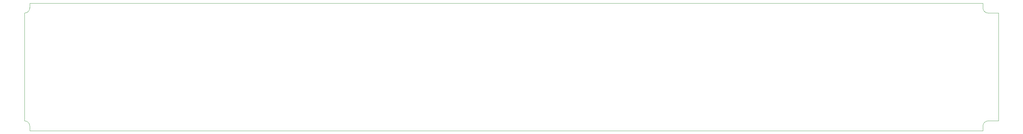
<source format=gm1>
G04 #@! TF.GenerationSoftware,KiCad,Pcbnew,(6.0.7)*
G04 #@! TF.CreationDate,2022-10-27T11:47:29+02:00*
G04 #@! TF.ProjectId,Treiber,54726569-6265-4722-9e6b-696361645f70,rev?*
G04 #@! TF.SameCoordinates,Original*
G04 #@! TF.FileFunction,Profile,NP*
%FSLAX46Y46*%
G04 Gerber Fmt 4.6, Leading zero omitted, Abs format (unit mm)*
G04 Created by KiCad (PCBNEW (6.0.7)) date 2022-10-27 11:47:29*
%MOMM*%
%LPD*%
G01*
G04 APERTURE LIST*
G04 #@! TA.AperFunction,Profile*
%ADD10C,0.100000*%
G04 #@! TD*
G04 APERTURE END LIST*
D10*
X82000000Y-79000000D02*
X82000000Y-110000000D01*
X361500000Y-79000000D02*
X361500000Y-110000000D01*
X357000000Y-111500000D02*
X357000000Y-112800000D01*
X361500000Y-110000000D02*
X358500000Y-110000000D01*
X357000000Y-112800000D02*
X83500000Y-112800000D01*
X357000000Y-77500000D02*
G75*
G03*
X358500000Y-79000000I1500000J0D01*
G01*
X83500000Y-111500000D02*
G75*
G03*
X82000000Y-110000000I-1500000J0D01*
G01*
X357000000Y-76200000D02*
X83500000Y-76200000D01*
X361500000Y-79000000D02*
X358500000Y-79000000D01*
X358500000Y-110000000D02*
G75*
G03*
X357000000Y-111500000I0J-1500000D01*
G01*
X83500000Y-112800000D02*
X83500000Y-111500000D01*
X82000000Y-79000000D02*
G75*
G03*
X83500000Y-77500000I0J1500000D01*
G01*
X357000000Y-77500000D02*
X357000000Y-76200000D01*
X83500000Y-76200000D02*
X83500000Y-77500000D01*
M02*

</source>
